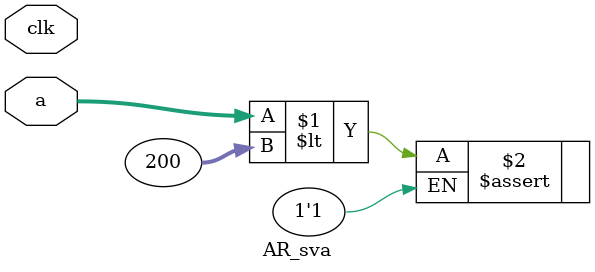
<source format=sv>
module AR_sva (input logic [2500:0] a, input logic clk);


assert property (a<200);

endmodule
</source>
